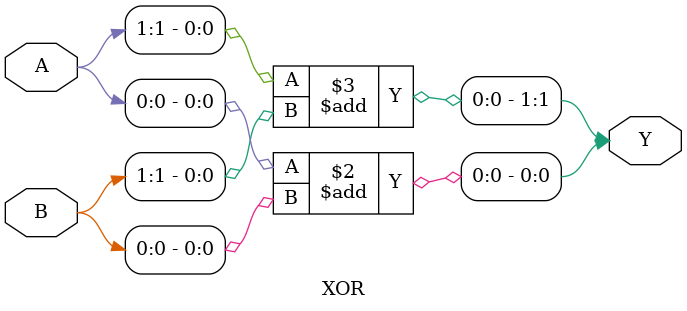
<source format=v>
module XOR(
	input [1:0] A, B,
	output reg [1:0] Y
);


always @*
begin
    Y[0] = A[0] + B[0];
    Y[1] = A[1] + B[1];
end


endmodule
</source>
